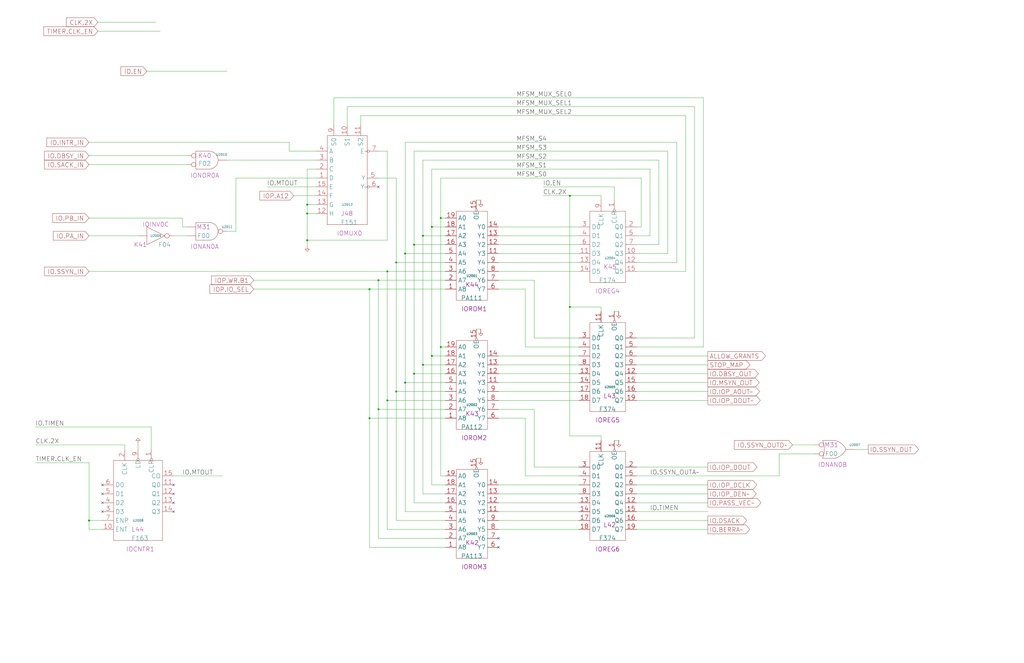
<source format=kicad_sch>
(kicad_sch (version 20220126) (generator eeschema)
  (paper "User" 584.2 378.46)
  (title_block (title "IO BUS\\nMASTER FSM") (date "22-SEP-90") (rev "2.0") (comment 1 "IOC") (comment 2 "232-003061") (comment 3 "S400") (comment 4 "RELEASED"))
  (lib_symbols
    (symbol "r1000:F00" (pin_numbers hide) (pin_names hide)
      (property "Reference" "U" (at 15.24 0 0))
      (property "Value" "F00" (at 1.905 -5.08 0))
      (property "Location" "___" (at 1.905 0 0))
      (property "Name" "______" (at 2.54 -12.7 0))
      (symbol "F00_0_1"
        (polyline (pts (xy -2.54 -7.62) (xy 5.08 -7.62)) (stroke (width 0.1524)))
        (polyline (pts (xy -2.54 2.54) (xy -2.54 -7.62)) (stroke (width 0.1524)))
        (polyline (pts (xy -2.54 2.54) (xy 5.08 2.54)) (stroke (width 0.1524)))
        (arc (start 5.08 -7.62) (mid 10.1282 -2.54) (end 5.08 2.54) (stroke (width 0.1524)))
        (circle (center 11.43 -2.54) (radius 1.27) (stroke (width 0.1524)))
      )
      (symbol "F00_0_2"
        (circle (center -3.81 -5.08) (radius 1.27) (stroke (width 0.1524)))
        (circle (center -3.81 0) (radius 1.27) (stroke (width 0.1524)))
        (arc (start -3.175 -7.62) (mid -2.134 -2.54) (end -3.175 2.54) (stroke (width 0.1524)))
        (polyline (pts (xy -3.175 -7.62) (xy 3.81 -7.62)) (stroke (width 0.1524)))
        (polyline (pts (xy -3.175 2.54) (xy 3.81 2.54)) (stroke (width 0.1524)))
        (arc (start 3.81 -7.62) (mid 7.5855 -5.8306) (end 10.16 -2.54) (stroke (width 0.1524)))
        (arc (start 10.16 -2.54) (mid 7.5827 0.7471) (end 3.81 2.54) (stroke (width 0.1524)))
      )
      (symbol "F00_1_1"
        (pin input line (at -7.62 0 0) (length 5.08) (name "D0") (number "1"))
        (pin input line (at -7.62 -5.08 0) (length 5.08) (name "D1") (number "2"))
        (pin output line (at 15.24 -2.54 180) (length 2.54) (name "Q") (number "3"))
      )
      (symbol "F00_1_2"
        (pin input line (at -7.62 0 0) (length 2.54) (name "D0") (number "1"))
        (pin input line (at -7.62 -5.08 0) (length 2.54) (name "D1") (number "2"))
        (pin output line (at 15.24 -2.54 180) (length 5.08) (name "Q") (number "3"))
      )
    )
    (symbol "r1000:F02" (pin_numbers hide) (pin_names hide)
      (property "Reference" "U" (at 12.16 0.635 0))
      (property "Value" "F02" (at -1.27 -4.445 0))
      (property "Location" "___" (at 2.54 0 0))
      (property "Name" "______" (at 2.54 -12.7 0))
      (symbol "F02_0_1"
        (arc (start -3.81 -7.62) (mid -2.9847 -2.54) (end -3.81 2.54) (stroke (width 0.1524)))
        (polyline (pts (xy -5.08 -5.08) (xy -3.175 -5.08)) (stroke (width 0.1524)))
        (polyline (pts (xy -5.08 0) (xy -3.175 0)) (stroke (width 0.1524)))
        (polyline (pts (xy -3.81 -7.62) (xy 2.54 -7.62)) (stroke (width 0.1524)))
        (polyline (pts (xy -3.81 2.54) (xy 2.54 2.54)) (stroke (width 0.1524)))
        (polyline (pts (xy 13.97 -2.54) (xy 12.7 -2.54)) (stroke (width 0.1524)))
        (arc (start 2.54 -7.62) (mid 6.9515 -5.9823) (end 10.16 -2.54) (stroke (width 0.1524)))
        (arc (start 10.16 -2.54) (mid 6.9478 0.8966) (end 2.54 2.54) (stroke (width 0.1524)))
        (circle (center 11.43 -2.54) (radius 1.27) (stroke (width 0.1524)))
      )
      (symbol "F02_0_2"
        (circle (center -3.81 -5.08) (radius 1.27) (stroke (width 0.1524)))
        (circle (center -3.81 0) (radius 1.27) (stroke (width 0.1524)))
        (polyline (pts (xy -2.54 -7.62) (xy 5.08 -7.62)) (stroke (width 0.1524)))
        (polyline (pts (xy -2.54 2.54) (xy -2.54 -7.62)) (stroke (width 0.1524)))
        (polyline (pts (xy -2.54 2.54) (xy 5.08 2.54)) (stroke (width 0.1524)))
        (polyline (pts (xy 11.43 -2.54) (xy 10.16 -2.54)) (stroke (width 0.1524)))
        (polyline (pts (xy 11.43 -2.54) (xy 12.7 -2.54)) (stroke (width 0.1524)))
        (arc (start 5.08 -7.62) (mid 10.1282 -2.54) (end 5.08 2.54) (stroke (width 0.1524)))
      )
      (symbol "F02_1_1"
        (pin input line (at -7.62 0 0) (length 2.54) (name "D0") (number "1"))
        (pin input line (at -7.62 -5.08 0) (length 2.54) (name "D1") (number "2"))
        (pin output line (at 15.24 -2.54 180) (length 1.27) (name "Q") (number "3"))
      )
      (symbol "F02_1_2"
        (pin input line (at -7.62 0 0) (length 2.54) (name "D0") (number "1"))
        (pin input line (at -7.62 -5.08 0) (length 2.54) (name "D1") (number "2"))
        (pin output line (at 15.24 -2.54 180) (length 2.54) (name "Q") (number "3"))
      )
    )
    (symbol "r1000:F04" (pin_numbers hide) (pin_names hide)
      (property "Reference" "U" (at 0 0 0))
      (property "Value" "F04" (at 1.27 -5.08 0))
      (property "Location" "___" (at -12.7 -5.08 0))
      (property "Name" "______" (at 0 5.08 0))
      (symbol "F04_0_1"
        (polyline (pts (xy -7.62 0) (xy -5.08 0)) (stroke (width 0.1524)))
        (polyline (pts (xy -5.08 5.08) (xy -5.08 -5.08)) (stroke (width 0.1524)))
        (polyline (pts (xy 5.08 0) (xy -5.08 -5.08)) (stroke (width 0.1524)))
        (polyline (pts (xy 5.08 0) (xy -5.08 5.08)) (stroke (width 0.1524)))
        (circle (center 6.35 0) (radius 1.27) (stroke (width 0.1524)))
      )
      (symbol "F04_1_1"
        (pin input line (at -10.16 0 0) (length 2.54) (name "D0") (number "1"))
        (pin output line (at 10.16 0 180) (length 2.54) (name "Q") (number "2"))
      )
    )
    (symbol "r1000:F151" (pin_names (offset 1.016))
      (property "Reference" "U" (at 2.54 5.08 0))
      (property "Value" "F151" (at -1.27 -5.08 0))
      (property "Location" "___" (at -1.27 0 0))
      (property "Name" "______" (at 3.81 -12.7 0))
      (symbol "F151_1_1"
        (rectangle (start -8.89 44.45) (end 13.97 -6.35))
        (circle (center 14.605 15.24) (radius 0.635))
        (circle (center 14.605 35.56) (radius 0.635))
        (pin input line (at -15.24 20.32 0) (length 6.35) (name "D") (number "1"))
        (pin input line (at 2.54 50.8 270) (length 6.35) (name "S1") (number "10"))
        (pin input line (at 10.16 50.8 270) (length 6.35) (name "S2") (number "11"))
        (pin input line (at -15.24 0 0) (length 6.35) (name "H") (number "12"))
        (pin input line (at -15.24 5.08 0) (length 6.35) (name "G") (number "13"))
        (pin input line (at -15.24 10.16 0) (length 6.35) (name "F") (number "14"))
        (pin input line (at -15.24 15.24 0) (length 6.35) (name "E") (number "15"))
        (pin input line (at -15.24 25.4 0) (length 6.35) (name "C") (number "2"))
        (pin input line (at -15.24 30.48 0) (length 6.35) (name "B") (number "3"))
        (pin input line (at -15.24 35.56 0) (length 6.35) (name "A") (number "4"))
        (pin output line (at 20.32 20.32 180) (length 6.35) (name "Y") (number "5"))
        (pin output line (at 20.32 15.24 180) (length 5.08) (name "Y~") (number "6"))
        (pin input line (at 20.32 35.56 180) (length 5.08) (name "E~") (number "7"))
        (pin input line (at -5.08 50.8 270) (length 6.35) (name "S0") (number "9"))
      )
    )
    (symbol "r1000:F163" (pin_names (offset 1.016))
      (property "Reference" "U" (at 2.54 5.08 0))
      (property "Value" "F163" (at -1.27 -5.08 0))
      (property "Location" "___" (at -1.27 0 0))
      (property "Name" "______" (at 3.81 -12.7 0))
      (symbol "F163_1_1"
        (rectangle (start -11.43 39.37) (end 16.51 -6.35))
        (circle (center 2.54 40.005) (radius 0.635))
        (circle (center 10.16 40.005) (radius 0.635))
        (pin input line (at 10.16 45.72 270) (length 5.08) (name "CLR") (number "1"))
        (pin input line (at -17.78 0 0) (length 6.35) (name "ENT") (number "10"))
        (pin output line (at 22.86 25.4 180) (length 6.35) (name "Q0") (number "11"))
        (pin output line (at 22.86 20.32 180) (length 6.35) (name "Q1") (number "12"))
        (pin output line (at 22.86 15.24 180) (length 6.35) (name "Q2") (number "13"))
        (pin output line (at 22.86 10.16 180) (length 6.35) (name "Q3") (number "14"))
        (pin output line (at 22.86 30.48 180) (length 6.35) (name "CO") (number "15"))
        (pin input line (at -5.08 45.72 270) (length 6.35) (name "CLK") (number "2"))
        (pin input line (at -17.78 10.16 0) (length 6.35) (name "D3") (number "3"))
        (pin input line (at -17.78 15.24 0) (length 6.35) (name "D2") (number "4"))
        (pin input line (at -17.78 20.32 0) (length 6.35) (name "D1") (number "5"))
        (pin input line (at -17.78 25.4 0) (length 6.35) (name "D0") (number "6"))
        (pin input line (at -17.78 5.08 0) (length 6.35) (name "ENP") (number "7"))
        (pin input line (at 2.54 45.72 270) (length 5.08) (name "LD") (number "9"))
      )
    )
    (symbol "r1000:F174" (pin_names (offset 1.016))
      (property "Reference" "U" (at 2.54 5.08 0))
      (property "Value" "F174" (at -3.81 -7.62 0))
      (property "Location" "___" (at -1.27 0 0))
      (property "Name" "______" (at 1.27 -15.24 0))
      (symbol "F174_1_1"
        (rectangle (start -8.89 31.75) (end 11.43 -8.89))
        (circle (center 5.08 32.385) (radius 0.635))
        (pin input line (at 5.08 38.1 270) (length 5.08) (name "CLR") (number "1"))
        (pin output line (at 17.78 7.62 180) (length 6.35) (name "Q3") (number "10"))
        (pin input line (at -15.24 7.62 0) (length 6.35) (name "D3") (number "11"))
        (pin output line (at 17.78 2.54 180) (length 6.35) (name "Q4") (number "12"))
        (pin input line (at -15.24 2.54 0) (length 6.35) (name "D4") (number "13"))
        (pin input line (at -15.24 -2.54 0) (length 6.35) (name "D5") (number "14"))
        (pin output line (at 17.78 -2.54 180) (length 6.35) (name "Q5") (number "15"))
        (pin output line (at 17.78 22.86 180) (length 6.35) (name "Q0") (number "2"))
        (pin input line (at -15.24 22.86 0) (length 6.35) (name "D0") (number "3"))
        (pin input line (at -15.24 17.78 0) (length 6.35) (name "D1") (number "4"))
        (pin output line (at 17.78 17.78 180) (length 6.35) (name "Q1") (number "5"))
        (pin input line (at -15.24 12.7 0) (length 6.35) (name "D2") (number "6"))
        (pin output line (at 17.78 12.7 180) (length 6.35) (name "Q2") (number "7"))
        (pin input line (at -2.54 38.1 270) (length 6.35) (name "CLK") (number "9"))
      )
    )
    (symbol "r1000:F374" (pin_names (offset 1.016))
      (property "Reference" "U" (at 2.54 5.08 0))
      (property "Value" "F374" (at -3.81 -7.62 0))
      (property "Location" "___" (at -1.27 0 0))
      (property "Name" "______" (at 1.27 -15.24 0))
      (symbol "F374_1_1"
        (rectangle (start -8.89 41.91) (end 11.43 -8.89))
        (circle (center 5.08 42.545) (radius 0.635))
        (pin input line (at 5.08 48.26 270) (length 5.08) (name "OE") (number "1"))
        (pin input line (at -2.54 48.26 270) (length 6.35) (name "CLK") (number "11"))
        (pin tri_state line (at 17.78 12.7 180) (length 6.35) (name "Q4") (number "12"))
        (pin input line (at -15.24 12.7 0) (length 6.35) (name "D4") (number "13"))
        (pin input line (at -15.24 7.62 0) (length 6.35) (name "D5") (number "14"))
        (pin tri_state line (at 17.78 7.62 180) (length 6.35) (name "Q5") (number "15"))
        (pin tri_state line (at 17.78 2.54 180) (length 6.35) (name "Q6") (number "16"))
        (pin input line (at -15.24 2.54 0) (length 6.35) (name "D6") (number "17"))
        (pin input line (at -15.24 -2.54 0) (length 6.35) (name "D7") (number "18"))
        (pin tri_state line (at 17.78 -2.54 180) (length 6.35) (name "Q7") (number "19"))
        (pin tri_state line (at 17.78 33.02 180) (length 6.35) (name "Q0") (number "2"))
        (pin input line (at -15.24 33.02 0) (length 6.35) (name "D0") (number "3"))
        (pin input line (at -15.24 27.94 0) (length 6.35) (name "D1") (number "4"))
        (pin tri_state line (at 17.78 27.94 180) (length 6.35) (name "Q1") (number "5"))
        (pin tri_state line (at 17.78 22.86 180) (length 6.35) (name "Q2") (number "6"))
        (pin input line (at -15.24 22.86 0) (length 6.35) (name "D2") (number "7"))
        (pin input line (at -15.24 17.78 0) (length 6.35) (name "D3") (number "8"))
        (pin tri_state line (at 17.78 17.78 180) (length 6.35) (name "Q3") (number "9"))
      )
    )
    (symbol "r1000:PAxxx" (pin_names (offset 1.016))
      (property "Reference" "U" (at 2.54 5.08 0))
      (property "Value" "PAxxx" (at -3.81 -7.62 0))
      (property "Location" "___" (at -1.27 0 0))
      (property "Name" "______" (at 3.81 -15.24 0))
      (symbol "PAxxx_1_1"
        (rectangle (start -6.35 41.91) (end 11.43 -8.89))
        (circle (center 5.08 42.545) (radius 0.635))
        (pin input line (at -12.7 -2.54 0) (length 6.35) (name "A8") (number "1"))
        (pin tri_state line (at 17.78 17.78 180) (length 6.35) (name "Y3") (number "11"))
        (pin tri_state line (at 17.78 22.86 180) (length 6.35) (name "Y2") (number "12"))
        (pin tri_state line (at 17.78 27.94 180) (length 6.35) (name "Y1") (number "13"))
        (pin tri_state line (at 17.78 33.02 180) (length 6.35) (name "Y0") (number "14"))
        (pin input line (at 5.08 48.26 270) (length 5.08) (name "OE") (number "15"))
        (pin input line (at -12.7 22.86 0) (length 6.35) (name "A3") (number "16"))
        (pin input line (at -12.7 27.94 0) (length 6.35) (name "A2") (number "17"))
        (pin input line (at -12.7 33.02 0) (length 6.35) (name "A1") (number "18"))
        (pin input line (at -12.7 38.1 0) (length 6.35) (name "A0") (number "19"))
        (pin input line (at -12.7 2.54 0) (length 6.35) (name "A7") (number "2"))
        (pin input line (at -12.7 7.62 0) (length 6.35) (name "A6") (number "3"))
        (pin input line (at -12.7 12.7 0) (length 6.35) (name "A5") (number "4"))
        (pin input line (at -12.7 17.78 0) (length 6.35) (name "A4") (number "5"))
        (pin tri_state line (at 17.78 -2.54 180) (length 6.35) (name "Y7") (number "6"))
        (pin tri_state line (at 17.78 2.54 180) (length 6.35) (name "Y6") (number "7"))
        (pin tri_state line (at 17.78 7.62 180) (length 6.35) (name "Y5") (number "8"))
        (pin tri_state line (at 17.78 12.7 180) (length 6.35) (name "Y4") (number "9"))
      )
    )
    (symbol "r1000:PD" (power) (pin_numbers hide) (pin_names hide) (in_bom no)
      (symbol "PD_0_1"
        (polyline (pts (xy 0 -2.54) (xy 1.27 -2.54) (xy 0 -3.81) (xy -1.27 -2.54) (xy 0 -2.54)) (stroke (width 0.1524)))
      )
      (symbol "PD_1_1"
        (pin power_in line (at 0 0 270) (length 2.54) (name "PD") (number "1"))
      )
    )
    (symbol "r1000:PU" (power) (pin_numbers hide) (pin_names hide)
      (symbol "PU_0_1"
        (polyline (pts (xy 0 2.54) (xy -1.27 2.54) (xy 0 3.81) (xy 1.27 2.54) (xy 0 2.54)) (stroke (width 0.1524)))
      )
      (symbol "PU_1_1"
        (pin power_in line (at 0 0 90) (length 2.54) (name "PU") (number "1"))
      )
    )
  )
  (wire (pts (xy 104.14 124.46) (xy 104.14 129.54)))
  (wire (pts (xy 104.14 129.54) (xy 106.68 129.54)))
  (wire (pts (xy 129.54 132.08) (xy 134.62 132.08)))
  (wire (pts (xy 129.54 91.44) (xy 180.34 91.44)))
  (wire (pts (xy 134.62 101.6) (xy 180.34 101.6)))
  (wire (pts (xy 134.62 132.08) (xy 134.62 101.6)))
  (wire (pts (xy 144.78 160.02) (xy 215.9 160.02)))
  (wire (pts (xy 144.78 165.1) (xy 210.82 165.1)))
  (wire (pts (xy 152.4 106.68) (xy 180.34 106.68)))
  (wire (pts (xy 165.1 81.28) (xy 165.1 86.36)))
  (wire (pts (xy 165.1 86.36) (xy 180.34 86.36)))
  (wire (pts (xy 167.64 111.76) (xy 180.34 111.76)))
  (wire (pts (xy 175.26 116.84) (xy 175.26 121.92)))
  (wire (pts (xy 175.26 116.84) (xy 180.34 116.84)))
  (wire (pts (xy 175.26 121.92) (xy 175.26 137.16)))
  (wire (pts (xy 175.26 121.92) (xy 180.34 121.92)))
  (wire (pts (xy 175.26 137.16) (xy 175.26 139.7)))
  (wire (pts (xy 175.26 137.16) (xy 220.98 137.16)))
  (wire (pts (xy 175.26 96.52) (xy 175.26 116.84)))
  (wire (pts (xy 175.26 96.52) (xy 180.34 96.52)))
  (wire (pts (xy 190.5 55.88) (xy 401.32 55.88)))
  (wire (pts (xy 190.5 71.12) (xy 190.5 55.88)))
  (wire (pts (xy 198.12 60.96) (xy 396.24 60.96)))
  (wire (pts (xy 198.12 71.12) (xy 198.12 60.96)))
  (wire (pts (xy 20.32 243.84) (xy 86.36 243.84)))
  (wire (pts (xy 20.32 254) (xy 71.12 254)))
  (wire (pts (xy 20.32 264.16) (xy 50.8 264.16)))
  (wire (pts (xy 205.74 66.04) (xy 391.16 66.04)))
  (wire (pts (xy 205.74 71.12) (xy 205.74 66.04)))
  (wire (pts (xy 210.82 165.1) (xy 210.82 238.76)))
  (wire (pts (xy 210.82 165.1) (xy 254 165.1)))
  (wire (pts (xy 210.82 238.76) (xy 254 238.76)))
  (wire (pts (xy 210.82 312.42) (xy 210.82 238.76)))
  (wire (pts (xy 215.9 101.6) (xy 226.06 101.6)))
  (wire (pts (xy 215.9 160.02) (xy 215.9 233.68)))
  (wire (pts (xy 215.9 160.02) (xy 254 160.02)))
  (wire (pts (xy 215.9 233.68) (xy 215.9 307.34)))
  (wire (pts (xy 215.9 233.68) (xy 254 233.68)))
  (wire (pts (xy 215.9 307.34) (xy 254 307.34)))
  (wire (pts (xy 215.9 86.36) (xy 220.98 86.36)))
  (wire (pts (xy 220.98 154.94) (xy 220.98 228.6)))
  (wire (pts (xy 220.98 154.94) (xy 254 154.94)))
  (wire (pts (xy 220.98 228.6) (xy 254 228.6)))
  (wire (pts (xy 220.98 302.26) (xy 220.98 228.6)))
  (wire (pts (xy 220.98 86.36) (xy 220.98 137.16)))
  (wire (pts (xy 226.06 101.6) (xy 226.06 149.86)))
  (wire (pts (xy 226.06 149.86) (xy 226.06 223.52)))
  (wire (pts (xy 226.06 149.86) (xy 254 149.86)))
  (wire (pts (xy 226.06 223.52) (xy 226.06 297.18)))
  (wire (pts (xy 226.06 223.52) (xy 254 223.52)))
  (wire (pts (xy 226.06 297.18) (xy 254 297.18)))
  (wire (pts (xy 231.14 144.78) (xy 231.14 218.44)))
  (wire (pts (xy 231.14 144.78) (xy 254 144.78)))
  (wire (pts (xy 231.14 218.44) (xy 254 218.44)))
  (wire (pts (xy 231.14 292.1) (xy 231.14 218.44)))
  (wire (pts (xy 231.14 81.28) (xy 231.14 144.78)))
  (wire (pts (xy 236.22 139.7) (xy 236.22 213.36)))
  (wire (pts (xy 236.22 139.7) (xy 236.22 86.36)))
  (wire (pts (xy 236.22 213.36) (xy 236.22 287.02)))
  (wire (pts (xy 236.22 213.36) (xy 254 213.36)))
  (wire (pts (xy 236.22 287.02) (xy 254 287.02)))
  (wire (pts (xy 236.22 86.36) (xy 381 86.36)))
  (wire (pts (xy 241.3 134.62) (xy 241.3 208.28)))
  (wire (pts (xy 241.3 134.62) (xy 254 134.62)))
  (wire (pts (xy 241.3 208.28) (xy 254 208.28)))
  (wire (pts (xy 241.3 281.94) (xy 241.3 208.28)))
  (wire (pts (xy 241.3 91.44) (xy 241.3 134.62)))
  (wire (pts (xy 246.38 129.54) (xy 246.38 203.2)))
  (wire (pts (xy 246.38 129.54) (xy 246.38 96.52)))
  (wire (pts (xy 246.38 203.2) (xy 246.38 276.86)))
  (wire (pts (xy 246.38 203.2) (xy 254 203.2)))
  (wire (pts (xy 246.38 276.86) (xy 254 276.86)))
  (wire (pts (xy 246.38 96.52) (xy 370.84 96.52)))
  (wire (pts (xy 251.46 101.6) (xy 251.46 124.46)))
  (wire (pts (xy 251.46 124.46) (xy 251.46 198.12)))
  (wire (pts (xy 251.46 124.46) (xy 254 124.46)))
  (wire (pts (xy 251.46 198.12) (xy 254 198.12)))
  (wire (pts (xy 251.46 271.78) (xy 251.46 198.12)))
  (wire (pts (xy 254 129.54) (xy 246.38 129.54)))
  (wire (pts (xy 254 139.7) (xy 236.22 139.7)))
  (wire (pts (xy 254 271.78) (xy 251.46 271.78)))
  (wire (pts (xy 254 281.94) (xy 241.3 281.94)))
  (wire (pts (xy 254 292.1) (xy 231.14 292.1)))
  (wire (pts (xy 254 302.26) (xy 220.98 302.26)))
  (wire (pts (xy 254 312.42) (xy 210.82 312.42)))
  (wire (pts (xy 271.78 114.3) (xy 274.32 114.3)))
  (wire (pts (xy 271.78 187.96) (xy 274.32 187.96)))
  (wire (pts (xy 271.78 261.62) (xy 274.32 261.62)))
  (wire (pts (xy 284.48 129.54) (xy 330.2 129.54)))
  (wire (pts (xy 284.48 134.62) (xy 330.2 134.62)))
  (wire (pts (xy 284.48 139.7) (xy 330.2 139.7)))
  (wire (pts (xy 284.48 144.78) (xy 330.2 144.78)))
  (wire (pts (xy 284.48 149.86) (xy 330.2 149.86)))
  (wire (pts (xy 284.48 154.94) (xy 330.2 154.94)))
  (wire (pts (xy 284.48 160.02) (xy 304.8 160.02)))
  (wire (pts (xy 284.48 165.1) (xy 299.72 165.1)))
  (wire (pts (xy 284.48 203.2) (xy 330.2 203.2)))
  (wire (pts (xy 284.48 208.28) (xy 330.2 208.28)))
  (wire (pts (xy 284.48 213.36) (xy 330.2 213.36)))
  (wire (pts (xy 284.48 218.44) (xy 330.2 218.44)))
  (wire (pts (xy 284.48 223.52) (xy 330.2 223.52)))
  (wire (pts (xy 284.48 228.6) (xy 330.2 228.6)))
  (wire (pts (xy 284.48 233.68) (xy 304.8 233.68)))
  (wire (pts (xy 284.48 238.76) (xy 299.72 238.76)))
  (wire (pts (xy 284.48 276.86) (xy 330.2 276.86)))
  (wire (pts (xy 284.48 281.94) (xy 330.2 281.94)))
  (wire (pts (xy 284.48 287.02) (xy 330.2 287.02)))
  (wire (pts (xy 284.48 292.1) (xy 330.2 292.1)))
  (wire (pts (xy 284.48 297.18) (xy 330.2 297.18)))
  (wire (pts (xy 284.48 302.26) (xy 330.2 302.26)))
  (wire (pts (xy 299.72 165.1) (xy 299.72 198.12)))
  (wire (pts (xy 299.72 198.12) (xy 330.2 198.12)))
  (wire (pts (xy 299.72 238.76) (xy 299.72 271.78)))
  (wire (pts (xy 299.72 271.78) (xy 330.2 271.78)))
  (wire (pts (xy 304.8 160.02) (xy 304.8 193.04)))
  (wire (pts (xy 304.8 193.04) (xy 330.2 193.04)))
  (wire (pts (xy 304.8 233.68) (xy 304.8 266.7)))
  (wire (pts (xy 304.8 266.7) (xy 330.2 266.7)))
  (wire (pts (xy 309.88 106.68) (xy 350.52 106.68)))
  (wire (pts (xy 309.88 111.76) (xy 325.12 111.76)))
  (wire (pts (xy 325.12 111.76) (xy 325.12 175.26)))
  (wire (pts (xy 325.12 111.76) (xy 342.9 111.76)))
  (wire (pts (xy 325.12 175.26) (xy 325.12 248.92)))
  (wire (pts (xy 325.12 248.92) (xy 342.9 248.92)))
  (wire (pts (xy 342.9 111.76) (xy 342.9 114.3)))
  (wire (pts (xy 342.9 175.26) (xy 325.12 175.26)))
  (wire (pts (xy 342.9 177.8) (xy 342.9 175.26)))
  (wire (pts (xy 342.9 248.92) (xy 342.9 251.46)))
  (wire (pts (xy 350.52 106.68) (xy 350.52 114.3)))
  (wire (pts (xy 350.52 177.8) (xy 353.06 177.8)))
  (wire (pts (xy 350.52 251.46) (xy 353.06 251.46)))
  (wire (pts (xy 363.22 129.54) (xy 365.76 129.54)))
  (wire (pts (xy 363.22 139.7) (xy 375.92 139.7)))
  (wire (pts (xy 363.22 149.86) (xy 386.08 149.86)))
  (wire (pts (xy 363.22 203.2) (xy 403.86 203.2)))
  (wire (pts (xy 363.22 208.28) (xy 403.86 208.28)))
  (wire (pts (xy 363.22 213.36) (xy 403.86 213.36)))
  (wire (pts (xy 363.22 218.44) (xy 403.86 218.44)))
  (wire (pts (xy 363.22 223.52) (xy 403.86 223.52)))
  (wire (pts (xy 363.22 228.6) (xy 403.86 228.6)))
  (wire (pts (xy 363.22 266.7) (xy 403.86 266.7)))
  (wire (pts (xy 363.22 271.78) (xy 444.5 271.78)))
  (wire (pts (xy 363.22 276.86) (xy 403.86 276.86)))
  (wire (pts (xy 363.22 281.94) (xy 403.86 281.94)))
  (wire (pts (xy 363.22 287.02) (xy 403.86 287.02)))
  (wire (pts (xy 363.22 292.1) (xy 403.86 292.1)))
  (wire (pts (xy 363.22 297.18) (xy 403.86 297.18)))
  (wire (pts (xy 363.22 302.26) (xy 403.86 302.26)))
  (wire (pts (xy 365.76 101.6) (xy 251.46 101.6)))
  (wire (pts (xy 365.76 129.54) (xy 365.76 101.6)))
  (wire (pts (xy 370.84 134.62) (xy 363.22 134.62)))
  (wire (pts (xy 370.84 96.52) (xy 370.84 134.62)))
  (wire (pts (xy 375.92 139.7) (xy 375.92 91.44)))
  (wire (pts (xy 375.92 91.44) (xy 241.3 91.44)))
  (wire (pts (xy 381 144.78) (xy 363.22 144.78)))
  (wire (pts (xy 381 86.36) (xy 381 144.78)))
  (wire (pts (xy 386.08 149.86) (xy 386.08 81.28)))
  (wire (pts (xy 386.08 81.28) (xy 231.14 81.28)))
  (wire (pts (xy 391.16 154.94) (xy 363.22 154.94)))
  (wire (pts (xy 391.16 66.04) (xy 391.16 154.94)))
  (wire (pts (xy 396.24 193.04) (xy 363.22 193.04)))
  (wire (pts (xy 396.24 60.96) (xy 396.24 193.04)))
  (wire (pts (xy 401.32 198.12) (xy 363.22 198.12)))
  (wire (pts (xy 401.32 55.88) (xy 401.32 198.12)))
  (wire (pts (xy 444.5 259.08) (xy 464.82 259.08)))
  (wire (pts (xy 444.5 271.78) (xy 444.5 259.08)))
  (wire (pts (xy 452.12 254) (xy 464.82 254)))
  (wire (pts (xy 487.68 256.54) (xy 495.3 256.54)))
  (wire (pts (xy 50.8 124.46) (xy 104.14 124.46)))
  (wire (pts (xy 50.8 134.62) (xy 78.74 134.62)))
  (wire (pts (xy 50.8 154.94) (xy 220.98 154.94)))
  (wire (pts (xy 50.8 264.16) (xy 50.8 297.18)))
  (wire (pts (xy 50.8 297.18) (xy 50.8 302.26)))
  (wire (pts (xy 50.8 297.18) (xy 58.42 297.18)))
  (wire (pts (xy 50.8 302.26) (xy 58.42 302.26)))
  (wire (pts (xy 50.8 81.28) (xy 165.1 81.28)))
  (wire (pts (xy 50.8 88.9) (xy 106.68 88.9)))
  (wire (pts (xy 50.8 93.98) (xy 106.68 93.98)))
  (wire (pts (xy 55.88 12.7) (xy 88.9 12.7)))
  (wire (pts (xy 55.88 17.78) (xy 91.44 17.78)))
  (wire (pts (xy 71.12 254) (xy 71.12 256.54)))
  (wire (pts (xy 78.74 254) (xy 78.74 256.54)))
  (wire (pts (xy 83.82 40.64) (xy 129.54 40.64)))
  (wire (pts (xy 86.36 243.84) (xy 86.36 256.54)))
  (wire (pts (xy 99.06 134.62) (xy 106.68 134.62)))
  (wire (pts (xy 99.06 271.78) (xy 127 271.78)))
  (label "IO.TIMEN" (at 20.32 243.84 0) (effects (font (size 2.54 2.54))))
  (label "CLK.2X" (at 20.32 254 0) (effects (font (size 2.54 2.54))))
  (label "TIMER.CLK_EN" (at 20.32 264.16 0) (effects (font (size 2.54 2.54))))
  (global_label "IO.INTR_IN" (shape input) (at 50.8 81.28 180) (effects (font (size 2.54 2.54))) (property "Intersheet References" "${INTERSHEET_REFS}" (at 26.3616 81.1213 0) (effects (font (size 1.905 1.905)) (justify right))))
  (global_label "IO.DBSY_IN" (shape input) (at 50.8 88.9 180) (effects (font (size 2.54 2.54))) (property "Intersheet References" "${INTERSHEET_REFS}" (at 25.0311 88.7413 0) (effects (font (size 1.905 1.905)) (justify right))))
  (global_label "IO.SACK_IN" (shape input) (at 50.8 93.98 180) (effects (font (size 2.54 2.54))) (property "Intersheet References" "${INTERSHEET_REFS}" (at 25.0311 93.8213 0) (effects (font (size 1.905 1.905)) (justify right))))
  (global_label "IO.PB_IN" (shape input) (at 50.8 124.46 180) (effects (font (size 2.54 2.54))) (property "Intersheet References" "${INTERSHEET_REFS}" (at 29.6273 124.3013 0) (effects (font (size 1.905 1.905)) (justify right))))
  (global_label "IO.PA_IN" (shape input) (at 50.8 134.62 180) (effects (font (size 2.54 2.54))) (property "Intersheet References" "${INTERSHEET_REFS}" (at 29.9901 134.4613 0) (effects (font (size 1.905 1.905)) (justify right))))
  (global_label "IO.SSYN_IN" (shape input) (at 50.8 154.94 180) (effects (font (size 2.54 2.54))) (property "Intersheet References" "${INTERSHEET_REFS}" (at 25.0311 154.7813 0) (effects (font (size 1.905 1.905)) (justify right))))
  (junction (at 50.8 297.18))
  (global_label "CLK.2X" (shape input) (at 55.88 12.7 180) (effects (font (size 2.54 2.54))) (property "Intersheet References" "${INTERSHEET_REFS}" (at 31.3206 12.5413 0) (effects (font (size 1.905 1.905)) (justify right))))
  (global_label "TIMER.CLK_EN" (shape input) (at 55.88 17.78 180) (effects (font (size 2.54 2.54))) (property "Intersheet References" "${INTERSHEET_REFS}" (at 24.5473 17.6213 0) (effects (font (size 1.905 1.905)) (justify right))))
  (no_connect (at 58.42 276.86))
  (no_connect (at 58.42 281.94))
  (no_connect (at 58.42 287.02))
  (no_connect (at 58.42 292.1))
  (symbol (lib_id "r1000:F163") (at 76.2 302.26 0) (unit 1)
    (property "Reference" "U2008" (at 78.74 297.18 0))
    (property "Value" "F163" (at 74.93 307.34 0) (effects (font (size 2.54 2.54)) (justify left)))
    (property "Location" "L44" (at 74.93 302.26 0) (effects (font (size 2.54 2.54)) (justify left)))
    (property "Name" "IOCNTR1" (at 80.01 314.96 0) (effects (font (size 2.54 2.54)) (justify bottom)))
  )
  (symbol (lib_id "r1000:PU") (at 78.74 254 0) (unit 1)
    (property "Reference" "#PWR02006" (effects hide))
    (property "Value" "PU" (effects hide))
  )
  (global_label "IO.EN" (shape input) (at 83.82 40.64 180) (effects (font (size 2.54 2.54))) (property "Intersheet References" "${INTERSHEET_REFS}" (at 68.574 40.4813 0) (effects (font (size 1.905 1.905)) (justify right))))
  (symbol (lib_id "r1000:F04") (at 88.9 134.62 0) (unit 1)
    (property "Reference" "U2009" (at 88.9 134.62 0))
    (property "Value" "F04" (at 90.17 139.7 0) (effects (font (size 2.54 2.54)) (justify left)))
    (property "Location" "K41" (at 76.2 139.7 0) (effects (font (size 2.54 2.54)) (justify left)))
    (property "Name" "IOINV0C" (at 88.9 129.54 0) (effects (font (size 2.54 2.54)) (justify bottom)))
  )
  (no_connect (at 99.06 276.86))
  (no_connect (at 99.06 281.94))
  (no_connect (at 99.06 287.02))
  (no_connect (at 99.06 292.1))
  (label "IO.MTOUT" (at 104.14 271.78 0) (effects (font (size 2.54 2.54))))
  (symbol (lib_id "r1000:F02") (at 114.3 88.9 0) (unit 1) (convert 2)
    (property "Reference" "U2010" (at 126.46 88.265 0))
    (property "Value" "F02" (at 113.03 93.345 0) (effects (font (size 2.54 2.54)) (justify left)))
    (property "Location" "K40" (at 116.84 88.9 0) (effects (font (size 2.54 2.54))))
    (property "Name" "IONOR0A" (at 116.84 101.6 0) (effects (font (size 2.54 2.54)) (justify bottom)))
  )
  (symbol (lib_id "r1000:F00") (at 114.3 129.54 0) (unit 1)
    (property "Reference" "U2011" (at 129.54 129.54 0))
    (property "Value" "F00" (at 116.205 134.62 0) (effects (font (size 2.54 2.54))))
    (property "Location" "M31" (at 116.205 129.54 0) (effects (font (size 2.54 2.54))))
    (property "Name" "IONAN0A" (at 116.84 142.24 0) (effects (font (size 2.54 2.54)) (justify bottom)))
  )
  (global_label "IOP.WR.B1" (shape input) (at 144.78 160.02 180) (effects (font (size 2.54 2.54))) (property "Intersheet References" "${INTERSHEET_REFS}" (at 120.3416 159.8613 0) (effects (font (size 1.905 1.905)) (justify right))))
  (global_label "IOP.IO_SEL" (shape input) (at 144.78 165.1 180) (effects (font (size 2.54 2.54))) (property "Intersheet References" "${INTERSHEET_REFS}" (at 119.374 164.9413 0) (effects (font (size 1.905 1.905)) (justify right))))
  (label "IO.MTOUT" (at 152.4 106.68 0) (effects (font (size 2.54 2.54))))
  (global_label "IOP.A12" (shape input) (at 167.64 111.76 180) (effects (font (size 2.54 2.54))) (property "Intersheet References" "${INTERSHEET_REFS}" (at 147.7978 111.6013 0) (effects (font (size 1.905 1.905)) (justify right))))
  (junction (at 175.26 116.84))
  (junction (at 175.26 121.92))
  (junction (at 175.26 137.16))
  (symbol (lib_id "r1000:PD") (at 175.26 139.7 0) (unit 1) (in_bom no)
    (property "Reference" "#PWR02007" (effects hide))
    (property "Value" "PD" (effects hide))
  )
  (symbol (lib_id "r1000:F151") (at 195.58 121.92 0) (unit 1)
    (property "Reference" "U2012" (at 198.12 116.84 0))
    (property "Value" "F151" (at 194.31 127 0) (effects (font (size 2.54 2.54)) (justify left)))
    (property "Location" "J48" (at 194.31 121.92 0) (effects (font (size 2.54 2.54)) (justify left)))
    (property "Name" "IOMUX0" (at 199.39 134.62 0) (effects (font (size 2.54 2.54)) (justify bottom)))
  )
  (junction (at 210.82 165.1))
  (junction (at 210.82 238.76))
  (no_connect (at 215.9 106.68))
  (junction (at 215.9 160.02))
  (junction (at 215.9 233.68))
  (junction (at 220.98 154.94))
  (junction (at 220.98 228.6))
  (junction (at 226.06 149.86))
  (junction (at 226.06 223.52))
  (junction (at 231.14 144.78))
  (junction (at 231.14 218.44))
  (junction (at 236.22 139.7))
  (junction (at 236.22 213.36))
  (junction (at 241.3 134.62))
  (junction (at 241.3 208.28))
  (junction (at 246.38 129.54))
  (junction (at 246.38 203.2))
  (junction (at 251.46 124.46))
  (junction (at 251.46 198.12))
  (symbol (lib_id "r1000:PAxxx") (at 266.7 162.56 0) (unit 1)
    (property "Reference" "U2001" (at 269.24 157.48 0))
    (property "Value" "PA111" (at 262.89 170.18 0) (effects (font (size 2.54 2.54)) (justify left)))
    (property "Location" "K44" (at 265.43 162.56 0) (effects (font (size 2.54 2.54)) (justify left)))
    (property "Name" "IOROM1" (at 270.51 177.8 0) (effects (font (size 2.54 2.54)) (justify bottom)))
  )
  (symbol (lib_id "r1000:PAxxx") (at 266.7 236.22 0) (unit 1)
    (property "Reference" "U2002" (at 269.24 231.14 0))
    (property "Value" "PA112" (at 262.89 243.84 0) (effects (font (size 2.54 2.54)) (justify left)))
    (property "Location" "K43" (at 265.43 236.22 0) (effects (font (size 2.54 2.54)) (justify left)))
    (property "Name" "IOROM2" (at 270.51 251.46 0) (effects (font (size 2.54 2.54)) (justify bottom)))
  )
  (symbol (lib_id "r1000:PAxxx") (at 266.7 309.88 0) (unit 1)
    (property "Reference" "U2003" (at 269.24 304.8 0))
    (property "Value" "PA113" (at 262.89 317.5 0) (effects (font (size 2.54 2.54)) (justify left)))
    (property "Location" "K42" (at 265.43 309.88 0) (effects (font (size 2.54 2.54)) (justify left)))
    (property "Name" "IOROM3" (at 270.51 325.12 0) (effects (font (size 2.54 2.54)) (justify bottom)))
  )
  (symbol (lib_id "r1000:PD") (at 274.32 114.3 0) (unit 1) (in_bom no)
    (property "Reference" "#PWR02001" (effects hide))
    (property "Value" "PD" (effects hide))
  )
  (symbol (lib_id "r1000:PD") (at 274.32 187.96 0) (unit 1) (in_bom no)
    (property "Reference" "#PWR02002" (effects hide))
    (property "Value" "PD" (effects hide))
  )
  (symbol (lib_id "r1000:PD") (at 274.32 261.62 0) (unit 1) (in_bom no)
    (property "Reference" "#PWR02003" (effects hide))
    (property "Value" "PD" (effects hide))
  )
  (no_connect (at 284.48 307.34))
  (no_connect (at 284.48 312.42))
  (label "MFSM_MUX_SEL0" (at 294.64 55.88 0) (effects (font (size 2.54 2.54))))
  (label "MFSM_MUX_SEL1" (at 294.64 60.96 0) (effects (font (size 2.54 2.54))))
  (label "MFSM_MUX_SEL2" (at 294.64 66.04 0) (effects (font (size 2.54 2.54))))
  (label "MFSM_S4" (at 294.64 81.28 0) (effects (font (size 2.54 2.54))))
  (label "MFSM_S3" (at 294.64 86.36 0) (effects (font (size 2.54 2.54))))
  (label "MFSM_S2" (at 294.64 91.44 0) (effects (font (size 2.54 2.54))))
  (label "MFSM_S1" (at 294.64 96.52 0) (effects (font (size 2.54 2.54))))
  (label "MFSM_S0" (at 294.64 101.6 0) (effects (font (size 2.54 2.54))))
  (label "IO.EN" (at 309.88 106.68 0) (effects (font (size 2.54 2.54))))
  (label "CLK.2X" (at 309.88 111.76 0) (effects (font (size 2.54 2.54))))
  (junction (at 325.12 111.76))
  (junction (at 325.12 175.26))
  (symbol (lib_id "r1000:F174") (at 345.44 152.4 0) (unit 1)
    (property "Reference" "U2004" (at 347.98 147.32 0))
    (property "Value" "F174" (at 341.63 160.02 0) (effects (font (size 2.54 2.54)) (justify left)))
    (property "Location" "K45" (at 344.17 152.4 0) (effects (font (size 2.54 2.54)) (justify left)))
    (property "Name" "IOREG4" (at 346.71 167.64 0) (effects (font (size 2.54 2.54)) (justify bottom)))
  )
  (symbol (lib_id "r1000:F374") (at 345.44 226.06 0) (unit 1)
    (property "Reference" "U2005" (at 347.98 220.98 0))
    (property "Value" "F374" (at 341.63 233.68 0) (effects (font (size 2.54 2.54)) (justify left)))
    (property "Location" "L43" (at 344.17 226.06 0) (effects (font (size 2.54 2.54)) (justify left)))
    (property "Name" "IOREG5" (at 346.71 241.3 0) (effects (font (size 2.54 2.54)) (justify bottom)))
  )
  (symbol (lib_id "r1000:F374") (at 345.44 299.72 0) (unit 1)
    (property "Reference" "U2006" (at 347.98 294.64 0))
    (property "Value" "F374" (at 341.63 307.34 0) (effects (font (size 2.54 2.54)) (justify left)))
    (property "Location" "L42" (at 344.17 299.72 0) (effects (font (size 2.54 2.54)) (justify left)))
    (property "Name" "IOREG6" (at 346.71 314.96 0) (effects (font (size 2.54 2.54)) (justify bottom)))
  )
  (symbol (lib_id "r1000:PD") (at 353.06 177.8 0) (unit 1) (in_bom no)
    (property "Reference" "#PWR02004" (effects hide))
    (property "Value" "PD" (effects hide))
  )
  (symbol (lib_id "r1000:PD") (at 353.06 251.46 0) (unit 1) (in_bom no)
    (property "Reference" "#PWR02005" (effects hide))
    (property "Value" "PD" (effects hide))
  )
  (label "IO.SSYN_OUTA~" (at 370.84 271.78 0) (effects (font (size 2.54 2.54))))
  (label "IO.TIMEN" (at 370.84 292.1 0) (effects (font (size 2.54 2.54))))
  (global_label "ALLOW_GRANTS" (shape output) (at 403.86 203.2 0) (effects (font (size 2.54 2.54))) (property "Intersheet References" "${INTERSHEET_REFS}" (at 437.128 203.0413 0) (effects (font (size 1.905 1.905)) (justify left))))
  (global_label "STOP_MAP" (shape output) (at 403.86 208.28 0) (effects (font (size 2.54 2.54))) (property "Intersheet References" "${INTERSHEET_REFS}" (at 428.1775 208.1213 0) (effects (font (size 1.905 1.905)) (justify left))))
  (global_label "IO.DBSY_OUT" (shape output) (at 403.86 213.36 0) (effects (font (size 2.54 2.54))) (property "Intersheet References" "${INTERSHEET_REFS}" (at 433.0156 213.2013 0) (effects (font (size 1.905 1.905)) (justify left))))
  (global_label "IO.MSYN_OUT" (shape output) (at 403.86 218.44 0) (effects (font (size 2.54 2.54))) (property "Intersheet References" "${INTERSHEET_REFS}" (at 433.4994 218.2813 0) (effects (font (size 1.905 1.905)) (justify left))))
  (global_label "IO.IOP_AOUT~" (shape output) (at 403.86 223.52 0) (effects (font (size 2.54 2.54))) (property "Intersheet References" "${INTERSHEET_REFS}" (at 433.7413 223.3613 0) (effects (font (size 1.905 1.905)) (justify left))))
  (global_label "IO.IOP_DOUT~" (shape output) (at 403.86 228.6 0) (effects (font (size 2.54 2.54))) (property "Intersheet References" "${INTERSHEET_REFS}" (at 434.1041 228.4413 0) (effects (font (size 1.905 1.905)) (justify left))))
  (global_label "IO.IOP_DOUT" (shape output) (at 403.86 266.7 0) (effects (font (size 2.54 2.54))) (property "Intersheet References" "${INTERSHEET_REFS}" (at 432.2899 266.5413 0) (effects (font (size 1.905 1.905)) (justify left))))
  (global_label "IO.IOP_DCLK" (shape output) (at 403.86 276.86 0) (effects (font (size 2.54 2.54))) (property "Intersheet References" "${INTERSHEET_REFS}" (at 432.1689 276.7013 0) (effects (font (size 1.905 1.905)) (justify left))))
  (global_label "IO.IOP_DEN~" (shape output) (at 403.86 281.94 0) (effects (font (size 2.54 2.54))) (property "Intersheet References" "${INTERSHEET_REFS}" (at 431.806 281.7813 0) (effects (font (size 1.905 1.905)) (justify left))))
  (global_label "IO.PASS_VEC~" (shape output) (at 403.86 287.02 0) (effects (font (size 2.54 2.54))) (property "Intersheet References" "${INTERSHEET_REFS}" (at 434.467 286.8613 0) (effects (font (size 1.905 1.905)) (justify left))))
  (global_label "IO.DSACK" (shape output) (at 403.86 297.18 0) (effects (font (size 2.54 2.54))) (property "Intersheet References" "${INTERSHEET_REFS}" (at 426.3632 297.0213 0) (effects (font (size 1.905 1.905)) (justify left))))
  (global_label "IO.BERRA~" (shape output) (at 403.86 302.26 0) (effects (font (size 2.54 2.54))) (property "Intersheet References" "${INTERSHEET_REFS}" (at 428.0565 302.1013 0) (effects (font (size 1.905 1.905)) (justify left))))
  (global_label "IO.SSYN_OUTD~" (shape input) (at 452.12 254 180) (effects (font (size 2.54 2.54))) (property "Intersheet References" "${INTERSHEET_REFS}" (at 418.6101 253.8413 0) (effects (font (size 1.905 1.905)) (justify right))))
  (symbol (lib_id "r1000:F00") (at 472.44 254 0) (unit 1) (convert 2)
    (property "Reference" "U2007" (at 487.68 254 0))
    (property "Value" "F00" (at 474.345 259.08 0) (effects (font (size 2.54 2.54))))
    (property "Location" "M31" (at 474.345 254 0) (effects (font (size 2.54 2.54))))
    (property "Name" "IONAN0B" (at 474.98 266.7 0) (effects (font (size 2.54 2.54)) (justify bottom)))
  )
  (global_label "IO.SSYN_OUT" (shape output) (at 495.3 256.54 0) (effects (font (size 2.54 2.54))) (property "Intersheet References" "${INTERSHEET_REFS}" (at 524.4556 256.3813 0) (effects (font (size 1.905 1.905)) (justify left))))
)
</source>
